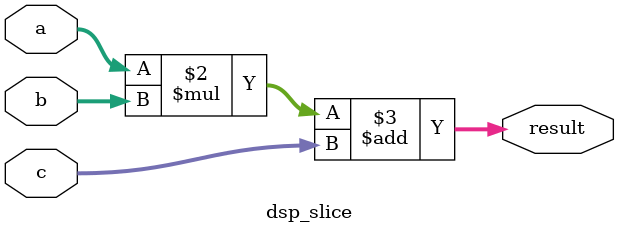
<source format=sv>
`timescale 1ns / 1ps

/* design with no clk and reset 
design without axi stream interface */
module dsp_slice #(parameter data_width=8)(
    input [data_width-1:0] a,
    input [data_width-1:0] b,
    input [data_width-1:0] c,
    output reg [(2*data_width)-1:0] result
);
                                                                           
always @(*)
begin
    result = ((a*b)+c);
end



endmodule

</source>
